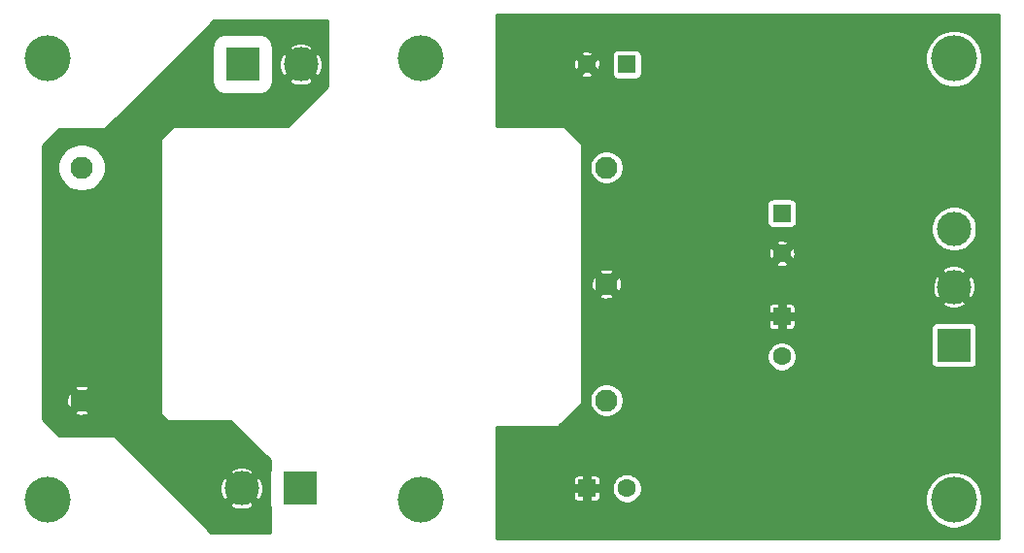
<source format=gbl>
G04 #@! TF.GenerationSoftware,KiCad,Pcbnew,(5.1.4)-1*
G04 #@! TF.CreationDate,2021-06-03T13:44:03-04:00*
G04 #@! TF.ProjectId,controller_power_mod,636f6e74-726f-46c6-9c65-725f706f7765,rev?*
G04 #@! TF.SameCoordinates,Original*
G04 #@! TF.FileFunction,Copper,L2,Bot*
G04 #@! TF.FilePolarity,Positive*
%FSLAX46Y46*%
G04 Gerber Fmt 4.6, Leading zero omitted, Abs format (unit mm)*
G04 Created by KiCad (PCBNEW (5.1.4)-1) date 2021-06-03 13:44:03*
%MOMM*%
%LPD*%
G04 APERTURE LIST*
%ADD10C,3.000000*%
%ADD11R,3.000000X3.000000*%
%ADD12C,1.600000*%
%ADD13R,1.600000X1.600000*%
%ADD14C,1.950000*%
%ADD15C,4.000000*%
%ADD16C,0.800000*%
%ADD17C,0.500000*%
%ADD18C,1.500000*%
%ADD19C,0.254000*%
G04 APERTURE END LIST*
D10*
X62920000Y-109000000D03*
D11*
X68000000Y-109000000D03*
D10*
X68080000Y-72000000D03*
D11*
X63000000Y-72000000D03*
D10*
X125000000Y-86340000D03*
X125000000Y-91420000D03*
D11*
X125000000Y-96500000D03*
D12*
X110000000Y-97500000D03*
D13*
X110000000Y-94000000D03*
D12*
X96500000Y-109000000D03*
D13*
X93000000Y-109000000D03*
D14*
X94720000Y-81000000D03*
X94720000Y-91160000D03*
X94720000Y-101320000D03*
X49000000Y-101320000D03*
X49000000Y-81000000D03*
D12*
X110000000Y-88500000D03*
D13*
X110000000Y-85000000D03*
D12*
X93000000Y-72000000D03*
D13*
X96500000Y-72000000D03*
D15*
X125000000Y-71500000D03*
X125000000Y-110000000D03*
X46000000Y-110000000D03*
X46000000Y-71500000D03*
X78500000Y-71500000D03*
X78500000Y-110000000D03*
D16*
X113500000Y-91500000D03*
X115000000Y-91500000D03*
X117000000Y-91500000D03*
X117000000Y-90000000D03*
X117000000Y-93000000D03*
X120000000Y-93000000D03*
X120000000Y-91500000D03*
X120000000Y-90000000D03*
X112000000Y-91500000D03*
X110500000Y-91500000D03*
X109000000Y-91500000D03*
X107500000Y-91500000D03*
X106000000Y-91500000D03*
X104500000Y-91500000D03*
X103000000Y-91500000D03*
X101500000Y-91500000D03*
X100000000Y-91500000D03*
X98500000Y-91500000D03*
X97000000Y-91500000D03*
X117000000Y-78000000D03*
X117000000Y-104500000D03*
X125000000Y-75500000D03*
X128000000Y-68500000D03*
X128000000Y-69500000D03*
X128000000Y-73500000D03*
X128000000Y-74500000D03*
X128000000Y-75500000D03*
X128000000Y-76500000D03*
X128000000Y-106500000D03*
X128000000Y-107500000D03*
X128000000Y-108500000D03*
X128000000Y-111500000D03*
X128000000Y-112500000D03*
X125000000Y-106500000D03*
X93000000Y-76000000D03*
X91500000Y-76000000D03*
X90000000Y-76000000D03*
X88000000Y-76500000D03*
X86000000Y-76500000D03*
X86000000Y-69500000D03*
X88000000Y-69500000D03*
X90000000Y-70000000D03*
X91500000Y-70000000D03*
X90500000Y-72500000D03*
X93000000Y-112500000D03*
X91500000Y-112500000D03*
X90000000Y-112500000D03*
X87500000Y-112500000D03*
X85500000Y-112000000D03*
X87500000Y-110500000D03*
X91000000Y-109000000D03*
X90000000Y-107000000D03*
X91500000Y-107000000D03*
X93000000Y-107000000D03*
X87500000Y-106500000D03*
X85500000Y-106500000D03*
X93000000Y-70000000D03*
X103500000Y-84000000D03*
X103500000Y-86000000D03*
X101500000Y-86000000D03*
X99000000Y-86000000D03*
X99000000Y-95000000D03*
X101500000Y-95000000D03*
X103500000Y-95000000D03*
X103500000Y-97000000D03*
X112000000Y-89000000D03*
X108000000Y-89000000D03*
X108000000Y-94000000D03*
X112000000Y-94000000D03*
X115000000Y-89000000D03*
X115000000Y-94000000D03*
X115500000Y-104500000D03*
X115500000Y-78000000D03*
D17*
X94745000Y-81025000D02*
X94720000Y-81000000D01*
X94900000Y-101500000D02*
X94720000Y-101320000D01*
D18*
X55000000Y-77500000D02*
X56149340Y-76350660D01*
X55000000Y-104500000D02*
X55000000Y-77500000D01*
X55500000Y-105000000D02*
X55000000Y-104500000D01*
X53558858Y-104500000D02*
X55000000Y-104500000D01*
X50378858Y-101320000D02*
X53558858Y-104500000D01*
X49000000Y-101320000D02*
X50378858Y-101320000D01*
X68000000Y-109000000D02*
X68000000Y-108500000D01*
D19*
G36*
X70373000Y-73947394D02*
G01*
X66947394Y-77373000D01*
X57000000Y-77373000D01*
X56975224Y-77375440D01*
X56951399Y-77382667D01*
X56929443Y-77394403D01*
X56910197Y-77410197D01*
X55910197Y-78410197D01*
X55894403Y-78429443D01*
X55882667Y-78451399D01*
X55875440Y-78475224D01*
X55873000Y-78500000D01*
X55873000Y-102500000D01*
X55875440Y-102524776D01*
X55882667Y-102548601D01*
X55894403Y-102570557D01*
X55910197Y-102589803D01*
X56410197Y-103089803D01*
X56429443Y-103105597D01*
X56451399Y-103117333D01*
X56475224Y-103124560D01*
X56500000Y-103127000D01*
X61947394Y-103127000D01*
X65373000Y-106552606D01*
X65373000Y-107444635D01*
X65367547Y-107500000D01*
X65367547Y-110500000D01*
X65373000Y-110555365D01*
X65373000Y-112848000D01*
X60277606Y-112848000D01*
X57859791Y-110430185D01*
X61840540Y-110430185D01*
X62021651Y-110658395D01*
X62362448Y-110801788D01*
X62724673Y-110875940D01*
X63094404Y-110878001D01*
X63457432Y-110807891D01*
X63799808Y-110668305D01*
X63818349Y-110658395D01*
X63999460Y-110430185D01*
X62920000Y-109350725D01*
X61840540Y-110430185D01*
X57859791Y-110430185D01*
X56604010Y-109174404D01*
X61041999Y-109174404D01*
X61112109Y-109537432D01*
X61251695Y-109879808D01*
X61261605Y-109898349D01*
X61489815Y-110079460D01*
X62569275Y-109000000D01*
X63270725Y-109000000D01*
X64350185Y-110079460D01*
X64578395Y-109898349D01*
X64721788Y-109557552D01*
X64795940Y-109195327D01*
X64798001Y-108825596D01*
X64727891Y-108462568D01*
X64588305Y-108120192D01*
X64578395Y-108101651D01*
X64350185Y-107920540D01*
X63270725Y-109000000D01*
X62569275Y-109000000D01*
X61489815Y-107920540D01*
X61261605Y-108101651D01*
X61118212Y-108442448D01*
X61044060Y-108804673D01*
X61041999Y-109174404D01*
X56604010Y-109174404D01*
X54999421Y-107569815D01*
X61840540Y-107569815D01*
X62920000Y-108649275D01*
X63999460Y-107569815D01*
X63818349Y-107341605D01*
X63477552Y-107198212D01*
X63115327Y-107124060D01*
X62745596Y-107121999D01*
X62382568Y-107192109D01*
X62040192Y-107331695D01*
X62021651Y-107341605D01*
X61840540Y-107569815D01*
X54999421Y-107569815D01*
X51839803Y-104410197D01*
X51820557Y-104394403D01*
X51798601Y-104382667D01*
X51774776Y-104375440D01*
X51750000Y-104373000D01*
X47052606Y-104373000D01*
X45627000Y-102947394D01*
X45627000Y-102371984D01*
X48298741Y-102371984D01*
X48415523Y-102546385D01*
X48666009Y-102636846D01*
X48929331Y-102676702D01*
X49195368Y-102664421D01*
X49453897Y-102600474D01*
X49584477Y-102546385D01*
X49701259Y-102371984D01*
X49000000Y-101670725D01*
X48298741Y-102371984D01*
X45627000Y-102371984D01*
X45627000Y-101249331D01*
X47643298Y-101249331D01*
X47655579Y-101515368D01*
X47719526Y-101773897D01*
X47773615Y-101904477D01*
X47948016Y-102021259D01*
X48649275Y-101320000D01*
X49350725Y-101320000D01*
X50051984Y-102021259D01*
X50226385Y-101904477D01*
X50316846Y-101653991D01*
X50356702Y-101390669D01*
X50344421Y-101124632D01*
X50280474Y-100866103D01*
X50226385Y-100735523D01*
X50051984Y-100618741D01*
X49350725Y-101320000D01*
X48649275Y-101320000D01*
X47948016Y-100618741D01*
X47773615Y-100735523D01*
X47683154Y-100986009D01*
X47643298Y-101249331D01*
X45627000Y-101249331D01*
X45627000Y-100268016D01*
X48298741Y-100268016D01*
X49000000Y-100969275D01*
X49701259Y-100268016D01*
X49584477Y-100093615D01*
X49333991Y-100003154D01*
X49070669Y-99963298D01*
X48804632Y-99975579D01*
X48546103Y-100039526D01*
X48415523Y-100093615D01*
X48298741Y-100268016D01*
X45627000Y-100268016D01*
X45627000Y-80792971D01*
X46898000Y-80792971D01*
X46898000Y-81207029D01*
X46978778Y-81613131D01*
X47137231Y-81995671D01*
X47367270Y-82339947D01*
X47660053Y-82632730D01*
X48004329Y-82862769D01*
X48386869Y-83021222D01*
X48792971Y-83102000D01*
X49207029Y-83102000D01*
X49613131Y-83021222D01*
X49995671Y-82862769D01*
X50339947Y-82632730D01*
X50632730Y-82339947D01*
X50862769Y-81995671D01*
X51021222Y-81613131D01*
X51102000Y-81207029D01*
X51102000Y-80792971D01*
X51021222Y-80386869D01*
X50862769Y-80004329D01*
X50632730Y-79660053D01*
X50339947Y-79367270D01*
X49995671Y-79137231D01*
X49613131Y-78978778D01*
X49207029Y-78898000D01*
X48792971Y-78898000D01*
X48386869Y-78978778D01*
X48004329Y-79137231D01*
X47660053Y-79367270D01*
X47367270Y-79660053D01*
X47137231Y-80004329D01*
X46978778Y-80386869D01*
X46898000Y-80792971D01*
X45627000Y-80792971D01*
X45627000Y-79052606D01*
X47052606Y-77627000D01*
X51000000Y-77627000D01*
X51024776Y-77624560D01*
X51048601Y-77617333D01*
X51070557Y-77605597D01*
X51089803Y-77589803D01*
X58179606Y-70500000D01*
X60367547Y-70500000D01*
X60367547Y-73500000D01*
X60389307Y-73720931D01*
X60453750Y-73933371D01*
X60558400Y-74129157D01*
X60699235Y-74300765D01*
X60870843Y-74441600D01*
X61066629Y-74546250D01*
X61279069Y-74610693D01*
X61500000Y-74632453D01*
X64500000Y-74632453D01*
X64720931Y-74610693D01*
X64933371Y-74546250D01*
X65129157Y-74441600D01*
X65300765Y-74300765D01*
X65441600Y-74129157D01*
X65546250Y-73933371D01*
X65610693Y-73720931D01*
X65632453Y-73500000D01*
X65632453Y-73430185D01*
X67000540Y-73430185D01*
X67181651Y-73658395D01*
X67522448Y-73801788D01*
X67884673Y-73875940D01*
X68254404Y-73878001D01*
X68617432Y-73807891D01*
X68959808Y-73668305D01*
X68978349Y-73658395D01*
X69159460Y-73430185D01*
X68080000Y-72350725D01*
X67000540Y-73430185D01*
X65632453Y-73430185D01*
X65632453Y-72174404D01*
X66201999Y-72174404D01*
X66272109Y-72537432D01*
X66411695Y-72879808D01*
X66421605Y-72898349D01*
X66649815Y-73079460D01*
X67729275Y-72000000D01*
X68430725Y-72000000D01*
X69510185Y-73079460D01*
X69738395Y-72898349D01*
X69881788Y-72557552D01*
X69955940Y-72195327D01*
X69958001Y-71825596D01*
X69887891Y-71462568D01*
X69748305Y-71120192D01*
X69738395Y-71101651D01*
X69510185Y-70920540D01*
X68430725Y-72000000D01*
X67729275Y-72000000D01*
X66649815Y-70920540D01*
X66421605Y-71101651D01*
X66278212Y-71442448D01*
X66204060Y-71804673D01*
X66201999Y-72174404D01*
X65632453Y-72174404D01*
X65632453Y-70569815D01*
X67000540Y-70569815D01*
X68080000Y-71649275D01*
X69159460Y-70569815D01*
X68978349Y-70341605D01*
X68637552Y-70198212D01*
X68275327Y-70124060D01*
X67905596Y-70121999D01*
X67542568Y-70192109D01*
X67200192Y-70331695D01*
X67181651Y-70341605D01*
X67000540Y-70569815D01*
X65632453Y-70569815D01*
X65632453Y-70500000D01*
X65610693Y-70279069D01*
X65546250Y-70066629D01*
X65441600Y-69870843D01*
X65300765Y-69699235D01*
X65129157Y-69558400D01*
X64933371Y-69453750D01*
X64720931Y-69389307D01*
X64500000Y-69367547D01*
X61500000Y-69367547D01*
X61279069Y-69389307D01*
X61066629Y-69453750D01*
X60870843Y-69558400D01*
X60699235Y-69699235D01*
X60558400Y-69870843D01*
X60453750Y-70066629D01*
X60389307Y-70279069D01*
X60367547Y-70500000D01*
X58179606Y-70500000D01*
X60527606Y-68152000D01*
X70373000Y-68152000D01*
X70373000Y-73947394D01*
X70373000Y-73947394D01*
G37*
X70373000Y-73947394D02*
X66947394Y-77373000D01*
X57000000Y-77373000D01*
X56975224Y-77375440D01*
X56951399Y-77382667D01*
X56929443Y-77394403D01*
X56910197Y-77410197D01*
X55910197Y-78410197D01*
X55894403Y-78429443D01*
X55882667Y-78451399D01*
X55875440Y-78475224D01*
X55873000Y-78500000D01*
X55873000Y-102500000D01*
X55875440Y-102524776D01*
X55882667Y-102548601D01*
X55894403Y-102570557D01*
X55910197Y-102589803D01*
X56410197Y-103089803D01*
X56429443Y-103105597D01*
X56451399Y-103117333D01*
X56475224Y-103124560D01*
X56500000Y-103127000D01*
X61947394Y-103127000D01*
X65373000Y-106552606D01*
X65373000Y-107444635D01*
X65367547Y-107500000D01*
X65367547Y-110500000D01*
X65373000Y-110555365D01*
X65373000Y-112848000D01*
X60277606Y-112848000D01*
X57859791Y-110430185D01*
X61840540Y-110430185D01*
X62021651Y-110658395D01*
X62362448Y-110801788D01*
X62724673Y-110875940D01*
X63094404Y-110878001D01*
X63457432Y-110807891D01*
X63799808Y-110668305D01*
X63818349Y-110658395D01*
X63999460Y-110430185D01*
X62920000Y-109350725D01*
X61840540Y-110430185D01*
X57859791Y-110430185D01*
X56604010Y-109174404D01*
X61041999Y-109174404D01*
X61112109Y-109537432D01*
X61251695Y-109879808D01*
X61261605Y-109898349D01*
X61489815Y-110079460D01*
X62569275Y-109000000D01*
X63270725Y-109000000D01*
X64350185Y-110079460D01*
X64578395Y-109898349D01*
X64721788Y-109557552D01*
X64795940Y-109195327D01*
X64798001Y-108825596D01*
X64727891Y-108462568D01*
X64588305Y-108120192D01*
X64578395Y-108101651D01*
X64350185Y-107920540D01*
X63270725Y-109000000D01*
X62569275Y-109000000D01*
X61489815Y-107920540D01*
X61261605Y-108101651D01*
X61118212Y-108442448D01*
X61044060Y-108804673D01*
X61041999Y-109174404D01*
X56604010Y-109174404D01*
X54999421Y-107569815D01*
X61840540Y-107569815D01*
X62920000Y-108649275D01*
X63999460Y-107569815D01*
X63818349Y-107341605D01*
X63477552Y-107198212D01*
X63115327Y-107124060D01*
X62745596Y-107121999D01*
X62382568Y-107192109D01*
X62040192Y-107331695D01*
X62021651Y-107341605D01*
X61840540Y-107569815D01*
X54999421Y-107569815D01*
X51839803Y-104410197D01*
X51820557Y-104394403D01*
X51798601Y-104382667D01*
X51774776Y-104375440D01*
X51750000Y-104373000D01*
X47052606Y-104373000D01*
X45627000Y-102947394D01*
X45627000Y-102371984D01*
X48298741Y-102371984D01*
X48415523Y-102546385D01*
X48666009Y-102636846D01*
X48929331Y-102676702D01*
X49195368Y-102664421D01*
X49453897Y-102600474D01*
X49584477Y-102546385D01*
X49701259Y-102371984D01*
X49000000Y-101670725D01*
X48298741Y-102371984D01*
X45627000Y-102371984D01*
X45627000Y-101249331D01*
X47643298Y-101249331D01*
X47655579Y-101515368D01*
X47719526Y-101773897D01*
X47773615Y-101904477D01*
X47948016Y-102021259D01*
X48649275Y-101320000D01*
X49350725Y-101320000D01*
X50051984Y-102021259D01*
X50226385Y-101904477D01*
X50316846Y-101653991D01*
X50356702Y-101390669D01*
X50344421Y-101124632D01*
X50280474Y-100866103D01*
X50226385Y-100735523D01*
X50051984Y-100618741D01*
X49350725Y-101320000D01*
X48649275Y-101320000D01*
X47948016Y-100618741D01*
X47773615Y-100735523D01*
X47683154Y-100986009D01*
X47643298Y-101249331D01*
X45627000Y-101249331D01*
X45627000Y-100268016D01*
X48298741Y-100268016D01*
X49000000Y-100969275D01*
X49701259Y-100268016D01*
X49584477Y-100093615D01*
X49333991Y-100003154D01*
X49070669Y-99963298D01*
X48804632Y-99975579D01*
X48546103Y-100039526D01*
X48415523Y-100093615D01*
X48298741Y-100268016D01*
X45627000Y-100268016D01*
X45627000Y-80792971D01*
X46898000Y-80792971D01*
X46898000Y-81207029D01*
X46978778Y-81613131D01*
X47137231Y-81995671D01*
X47367270Y-82339947D01*
X47660053Y-82632730D01*
X48004329Y-82862769D01*
X48386869Y-83021222D01*
X48792971Y-83102000D01*
X49207029Y-83102000D01*
X49613131Y-83021222D01*
X49995671Y-82862769D01*
X50339947Y-82632730D01*
X50632730Y-82339947D01*
X50862769Y-81995671D01*
X51021222Y-81613131D01*
X51102000Y-81207029D01*
X51102000Y-80792971D01*
X51021222Y-80386869D01*
X50862769Y-80004329D01*
X50632730Y-79660053D01*
X50339947Y-79367270D01*
X49995671Y-79137231D01*
X49613131Y-78978778D01*
X49207029Y-78898000D01*
X48792971Y-78898000D01*
X48386869Y-78978778D01*
X48004329Y-79137231D01*
X47660053Y-79367270D01*
X47367270Y-79660053D01*
X47137231Y-80004329D01*
X46978778Y-80386869D01*
X46898000Y-80792971D01*
X45627000Y-80792971D01*
X45627000Y-79052606D01*
X47052606Y-77627000D01*
X51000000Y-77627000D01*
X51024776Y-77624560D01*
X51048601Y-77617333D01*
X51070557Y-77605597D01*
X51089803Y-77589803D01*
X58179606Y-70500000D01*
X60367547Y-70500000D01*
X60367547Y-73500000D01*
X60389307Y-73720931D01*
X60453750Y-73933371D01*
X60558400Y-74129157D01*
X60699235Y-74300765D01*
X60870843Y-74441600D01*
X61066629Y-74546250D01*
X61279069Y-74610693D01*
X61500000Y-74632453D01*
X64500000Y-74632453D01*
X64720931Y-74610693D01*
X64933371Y-74546250D01*
X65129157Y-74441600D01*
X65300765Y-74300765D01*
X65441600Y-74129157D01*
X65546250Y-73933371D01*
X65610693Y-73720931D01*
X65632453Y-73500000D01*
X65632453Y-73430185D01*
X67000540Y-73430185D01*
X67181651Y-73658395D01*
X67522448Y-73801788D01*
X67884673Y-73875940D01*
X68254404Y-73878001D01*
X68617432Y-73807891D01*
X68959808Y-73668305D01*
X68978349Y-73658395D01*
X69159460Y-73430185D01*
X68080000Y-72350725D01*
X67000540Y-73430185D01*
X65632453Y-73430185D01*
X65632453Y-72174404D01*
X66201999Y-72174404D01*
X66272109Y-72537432D01*
X66411695Y-72879808D01*
X66421605Y-72898349D01*
X66649815Y-73079460D01*
X67729275Y-72000000D01*
X68430725Y-72000000D01*
X69510185Y-73079460D01*
X69738395Y-72898349D01*
X69881788Y-72557552D01*
X69955940Y-72195327D01*
X69958001Y-71825596D01*
X69887891Y-71462568D01*
X69748305Y-71120192D01*
X69738395Y-71101651D01*
X69510185Y-70920540D01*
X68430725Y-72000000D01*
X67729275Y-72000000D01*
X66649815Y-70920540D01*
X66421605Y-71101651D01*
X66278212Y-71442448D01*
X66204060Y-71804673D01*
X66201999Y-72174404D01*
X65632453Y-72174404D01*
X65632453Y-70569815D01*
X67000540Y-70569815D01*
X68080000Y-71649275D01*
X69159460Y-70569815D01*
X68978349Y-70341605D01*
X68637552Y-70198212D01*
X68275327Y-70124060D01*
X67905596Y-70121999D01*
X67542568Y-70192109D01*
X67200192Y-70331695D01*
X67181651Y-70341605D01*
X67000540Y-70569815D01*
X65632453Y-70569815D01*
X65632453Y-70500000D01*
X65610693Y-70279069D01*
X65546250Y-70066629D01*
X65441600Y-69870843D01*
X65300765Y-69699235D01*
X65129157Y-69558400D01*
X64933371Y-69453750D01*
X64720931Y-69389307D01*
X64500000Y-69367547D01*
X61500000Y-69367547D01*
X61279069Y-69389307D01*
X61066629Y-69453750D01*
X60870843Y-69558400D01*
X60699235Y-69699235D01*
X60558400Y-69870843D01*
X60453750Y-70066629D01*
X60389307Y-70279069D01*
X60367547Y-70500000D01*
X58179606Y-70500000D01*
X60527606Y-68152000D01*
X70373000Y-68152000D01*
X70373000Y-73947394D01*
G36*
X128873000Y-113373000D02*
G01*
X85127000Y-113373000D01*
X85127000Y-109800000D01*
X91821176Y-109800000D01*
X91828455Y-109873905D01*
X91850012Y-109944970D01*
X91885019Y-110010463D01*
X91932131Y-110067869D01*
X91989537Y-110114981D01*
X92055030Y-110149988D01*
X92126095Y-110171545D01*
X92200000Y-110178824D01*
X92657750Y-110177000D01*
X92752000Y-110082750D01*
X92752000Y-109248000D01*
X93248000Y-109248000D01*
X93248000Y-110082750D01*
X93342250Y-110177000D01*
X93800000Y-110178824D01*
X93873905Y-110171545D01*
X93944970Y-110149988D01*
X94010463Y-110114981D01*
X94067869Y-110067869D01*
X94114981Y-110010463D01*
X94149988Y-109944970D01*
X94171545Y-109873905D01*
X94178824Y-109800000D01*
X94177000Y-109342250D01*
X94082750Y-109248000D01*
X93248000Y-109248000D01*
X92752000Y-109248000D01*
X91917250Y-109248000D01*
X91823000Y-109342250D01*
X91821176Y-109800000D01*
X85127000Y-109800000D01*
X85127000Y-108871764D01*
X95198000Y-108871764D01*
X95198000Y-109128236D01*
X95248035Y-109379779D01*
X95346182Y-109616728D01*
X95488670Y-109829977D01*
X95670023Y-110011330D01*
X95883272Y-110153818D01*
X96120221Y-110251965D01*
X96371764Y-110302000D01*
X96628236Y-110302000D01*
X96879779Y-110251965D01*
X97116728Y-110153818D01*
X97329977Y-110011330D01*
X97511330Y-109829977D01*
X97562380Y-109753575D01*
X122498000Y-109753575D01*
X122498000Y-110246425D01*
X122594151Y-110729806D01*
X122782756Y-111185141D01*
X123056570Y-111594932D01*
X123405068Y-111943430D01*
X123814859Y-112217244D01*
X124270194Y-112405849D01*
X124753575Y-112502000D01*
X125246425Y-112502000D01*
X125729806Y-112405849D01*
X126185141Y-112217244D01*
X126594932Y-111943430D01*
X126943430Y-111594932D01*
X127217244Y-111185141D01*
X127405849Y-110729806D01*
X127502000Y-110246425D01*
X127502000Y-109753575D01*
X127405849Y-109270194D01*
X127217244Y-108814859D01*
X126943430Y-108405068D01*
X126594932Y-108056570D01*
X126185141Y-107782756D01*
X125729806Y-107594151D01*
X125246425Y-107498000D01*
X124753575Y-107498000D01*
X124270194Y-107594151D01*
X123814859Y-107782756D01*
X123405068Y-108056570D01*
X123056570Y-108405068D01*
X122782756Y-108814859D01*
X122594151Y-109270194D01*
X122498000Y-109753575D01*
X97562380Y-109753575D01*
X97653818Y-109616728D01*
X97751965Y-109379779D01*
X97802000Y-109128236D01*
X97802000Y-108871764D01*
X97751965Y-108620221D01*
X97653818Y-108383272D01*
X97511330Y-108170023D01*
X97329977Y-107988670D01*
X97116728Y-107846182D01*
X96879779Y-107748035D01*
X96628236Y-107698000D01*
X96371764Y-107698000D01*
X96120221Y-107748035D01*
X95883272Y-107846182D01*
X95670023Y-107988670D01*
X95488670Y-108170023D01*
X95346182Y-108383272D01*
X95248035Y-108620221D01*
X95198000Y-108871764D01*
X85127000Y-108871764D01*
X85127000Y-108200000D01*
X91821176Y-108200000D01*
X91823000Y-108657750D01*
X91917250Y-108752000D01*
X92752000Y-108752000D01*
X92752000Y-107917250D01*
X93248000Y-107917250D01*
X93248000Y-108752000D01*
X94082750Y-108752000D01*
X94177000Y-108657750D01*
X94178824Y-108200000D01*
X94171545Y-108126095D01*
X94149988Y-108055030D01*
X94114981Y-107989537D01*
X94067869Y-107932131D01*
X94010463Y-107885019D01*
X93944970Y-107850012D01*
X93873905Y-107828455D01*
X93800000Y-107821176D01*
X93342250Y-107823000D01*
X93248000Y-107917250D01*
X92752000Y-107917250D01*
X92657750Y-107823000D01*
X92200000Y-107821176D01*
X92126095Y-107828455D01*
X92055030Y-107850012D01*
X91989537Y-107885019D01*
X91932131Y-107932131D01*
X91885019Y-107989537D01*
X91850012Y-108055030D01*
X91828455Y-108126095D01*
X91821176Y-108200000D01*
X85127000Y-108200000D01*
X85127000Y-103627000D01*
X90500000Y-103627000D01*
X90524776Y-103624560D01*
X90548601Y-103617333D01*
X90570557Y-103605597D01*
X90589803Y-103589803D01*
X92589803Y-101589803D01*
X92605597Y-101570557D01*
X92617333Y-101548601D01*
X92624560Y-101524776D01*
X92627000Y-101500000D01*
X92627000Y-101174528D01*
X93243000Y-101174528D01*
X93243000Y-101465472D01*
X93299760Y-101750825D01*
X93411099Y-102019622D01*
X93572739Y-102261533D01*
X93778467Y-102467261D01*
X94020378Y-102628901D01*
X94289175Y-102740240D01*
X94574528Y-102797000D01*
X94865472Y-102797000D01*
X95150825Y-102740240D01*
X95419622Y-102628901D01*
X95661533Y-102467261D01*
X95867261Y-102261533D01*
X96028901Y-102019622D01*
X96140240Y-101750825D01*
X96197000Y-101465472D01*
X96197000Y-101174528D01*
X96140240Y-100889175D01*
X96028901Y-100620378D01*
X95867261Y-100378467D01*
X95661533Y-100172739D01*
X95419622Y-100011099D01*
X95150825Y-99899760D01*
X94865472Y-99843000D01*
X94574528Y-99843000D01*
X94289175Y-99899760D01*
X94020378Y-100011099D01*
X93778467Y-100172739D01*
X93572739Y-100378467D01*
X93411099Y-100620378D01*
X93299760Y-100889175D01*
X93243000Y-101174528D01*
X92627000Y-101174528D01*
X92627000Y-97371764D01*
X108698000Y-97371764D01*
X108698000Y-97628236D01*
X108748035Y-97879779D01*
X108846182Y-98116728D01*
X108988670Y-98329977D01*
X109170023Y-98511330D01*
X109383272Y-98653818D01*
X109620221Y-98751965D01*
X109871764Y-98802000D01*
X110128236Y-98802000D01*
X110379779Y-98751965D01*
X110616728Y-98653818D01*
X110829977Y-98511330D01*
X111011330Y-98329977D01*
X111153818Y-98116728D01*
X111251965Y-97879779D01*
X111302000Y-97628236D01*
X111302000Y-97371764D01*
X111251965Y-97120221D01*
X111153818Y-96883272D01*
X111011330Y-96670023D01*
X110829977Y-96488670D01*
X110616728Y-96346182D01*
X110379779Y-96248035D01*
X110128236Y-96198000D01*
X109871764Y-96198000D01*
X109620221Y-96248035D01*
X109383272Y-96346182D01*
X109170023Y-96488670D01*
X108988670Y-96670023D01*
X108846182Y-96883272D01*
X108748035Y-97120221D01*
X108698000Y-97371764D01*
X92627000Y-97371764D01*
X92627000Y-94800000D01*
X108821176Y-94800000D01*
X108828455Y-94873905D01*
X108850012Y-94944970D01*
X108885019Y-95010463D01*
X108932131Y-95067869D01*
X108989537Y-95114981D01*
X109055030Y-95149988D01*
X109126095Y-95171545D01*
X109200000Y-95178824D01*
X109657750Y-95177000D01*
X109752000Y-95082750D01*
X109752000Y-94248000D01*
X110248000Y-94248000D01*
X110248000Y-95082750D01*
X110342250Y-95177000D01*
X110800000Y-95178824D01*
X110873905Y-95171545D01*
X110944970Y-95149988D01*
X111010463Y-95114981D01*
X111067869Y-95067869D01*
X111114981Y-95010463D01*
X111120573Y-95000000D01*
X122995572Y-95000000D01*
X122995572Y-98000000D01*
X123005264Y-98098409D01*
X123033969Y-98193036D01*
X123080583Y-98280245D01*
X123143316Y-98356684D01*
X123219755Y-98419417D01*
X123306964Y-98466031D01*
X123401591Y-98494736D01*
X123500000Y-98504428D01*
X126500000Y-98504428D01*
X126598409Y-98494736D01*
X126693036Y-98466031D01*
X126780245Y-98419417D01*
X126856684Y-98356684D01*
X126919417Y-98280245D01*
X126966031Y-98193036D01*
X126994736Y-98098409D01*
X127004428Y-98000000D01*
X127004428Y-95000000D01*
X126994736Y-94901591D01*
X126966031Y-94806964D01*
X126919417Y-94719755D01*
X126856684Y-94643316D01*
X126780245Y-94580583D01*
X126693036Y-94533969D01*
X126598409Y-94505264D01*
X126500000Y-94495572D01*
X123500000Y-94495572D01*
X123401591Y-94505264D01*
X123306964Y-94533969D01*
X123219755Y-94580583D01*
X123143316Y-94643316D01*
X123080583Y-94719755D01*
X123033969Y-94806964D01*
X123005264Y-94901591D01*
X122995572Y-95000000D01*
X111120573Y-95000000D01*
X111149988Y-94944970D01*
X111171545Y-94873905D01*
X111178824Y-94800000D01*
X111177000Y-94342250D01*
X111082750Y-94248000D01*
X110248000Y-94248000D01*
X109752000Y-94248000D01*
X108917250Y-94248000D01*
X108823000Y-94342250D01*
X108821176Y-94800000D01*
X92627000Y-94800000D01*
X92627000Y-93200000D01*
X108821176Y-93200000D01*
X108823000Y-93657750D01*
X108917250Y-93752000D01*
X109752000Y-93752000D01*
X109752000Y-92917250D01*
X110248000Y-92917250D01*
X110248000Y-93752000D01*
X111082750Y-93752000D01*
X111177000Y-93657750D01*
X111178824Y-93200000D01*
X111171545Y-93126095D01*
X111149988Y-93055030D01*
X111114981Y-92989537D01*
X111067869Y-92932131D01*
X111010463Y-92885019D01*
X110945294Y-92850185D01*
X123920540Y-92850185D01*
X124101651Y-93078395D01*
X124442448Y-93221788D01*
X124804673Y-93295940D01*
X125174404Y-93298001D01*
X125537432Y-93227891D01*
X125879808Y-93088305D01*
X125898349Y-93078395D01*
X126079460Y-92850185D01*
X125000000Y-91770725D01*
X123920540Y-92850185D01*
X110945294Y-92850185D01*
X110944970Y-92850012D01*
X110873905Y-92828455D01*
X110800000Y-92821176D01*
X110342250Y-92823000D01*
X110248000Y-92917250D01*
X109752000Y-92917250D01*
X109657750Y-92823000D01*
X109200000Y-92821176D01*
X109126095Y-92828455D01*
X109055030Y-92850012D01*
X108989537Y-92885019D01*
X108932131Y-92932131D01*
X108885019Y-92989537D01*
X108850012Y-93055030D01*
X108828455Y-93126095D01*
X108821176Y-93200000D01*
X92627000Y-93200000D01*
X92627000Y-92211984D01*
X94018741Y-92211984D01*
X94135523Y-92386385D01*
X94386009Y-92476846D01*
X94649331Y-92516702D01*
X94915368Y-92504421D01*
X95173897Y-92440474D01*
X95304477Y-92386385D01*
X95421259Y-92211984D01*
X94720000Y-91510725D01*
X94018741Y-92211984D01*
X92627000Y-92211984D01*
X92627000Y-91089331D01*
X93363298Y-91089331D01*
X93375579Y-91355368D01*
X93439526Y-91613897D01*
X93493615Y-91744477D01*
X93668016Y-91861259D01*
X94369275Y-91160000D01*
X95070725Y-91160000D01*
X95771984Y-91861259D01*
X95946385Y-91744477D01*
X96000582Y-91594404D01*
X123121999Y-91594404D01*
X123192109Y-91957432D01*
X123331695Y-92299808D01*
X123341605Y-92318349D01*
X123569815Y-92499460D01*
X124649275Y-91420000D01*
X125350725Y-91420000D01*
X126430185Y-92499460D01*
X126658395Y-92318349D01*
X126801788Y-91977552D01*
X126875940Y-91615327D01*
X126878001Y-91245596D01*
X126807891Y-90882568D01*
X126668305Y-90540192D01*
X126658395Y-90521651D01*
X126430185Y-90340540D01*
X125350725Y-91420000D01*
X124649275Y-91420000D01*
X123569815Y-90340540D01*
X123341605Y-90521651D01*
X123198212Y-90862448D01*
X123124060Y-91224673D01*
X123121999Y-91594404D01*
X96000582Y-91594404D01*
X96036846Y-91493991D01*
X96076702Y-91230669D01*
X96064421Y-90964632D01*
X96000474Y-90706103D01*
X95946385Y-90575523D01*
X95771984Y-90458741D01*
X95070725Y-91160000D01*
X94369275Y-91160000D01*
X93668016Y-90458741D01*
X93493615Y-90575523D01*
X93403154Y-90826009D01*
X93363298Y-91089331D01*
X92627000Y-91089331D01*
X92627000Y-90108016D01*
X94018741Y-90108016D01*
X94720000Y-90809275D01*
X95421259Y-90108016D01*
X95342110Y-89989815D01*
X123920540Y-89989815D01*
X125000000Y-91069275D01*
X126079460Y-89989815D01*
X125898349Y-89761605D01*
X125557552Y-89618212D01*
X125195327Y-89544060D01*
X124825596Y-89541999D01*
X124462568Y-89612109D01*
X124120192Y-89751695D01*
X124101651Y-89761605D01*
X123920540Y-89989815D01*
X95342110Y-89989815D01*
X95304477Y-89933615D01*
X95053991Y-89843154D01*
X94790669Y-89803298D01*
X94524632Y-89815579D01*
X94266103Y-89879526D01*
X94135523Y-89933615D01*
X94018741Y-90108016D01*
X92627000Y-90108016D01*
X92627000Y-89424765D01*
X109425960Y-89424765D01*
X109520921Y-89581319D01*
X109741082Y-89654005D01*
X109971192Y-89682344D01*
X110202409Y-89665246D01*
X110425848Y-89603368D01*
X110479079Y-89581319D01*
X110574040Y-89424765D01*
X110000000Y-88850725D01*
X109425960Y-89424765D01*
X92627000Y-89424765D01*
X92627000Y-88471192D01*
X108817656Y-88471192D01*
X108834754Y-88702409D01*
X108896632Y-88925848D01*
X108918681Y-88979079D01*
X109075235Y-89074040D01*
X109649275Y-88500000D01*
X110350725Y-88500000D01*
X110924765Y-89074040D01*
X111081319Y-88979079D01*
X111154005Y-88758918D01*
X111182344Y-88528808D01*
X111165246Y-88297591D01*
X111103368Y-88074152D01*
X111081319Y-88020921D01*
X110924765Y-87925960D01*
X110350725Y-88500000D01*
X109649275Y-88500000D01*
X109075235Y-87925960D01*
X108918681Y-88020921D01*
X108845995Y-88241082D01*
X108817656Y-88471192D01*
X92627000Y-88471192D01*
X92627000Y-87575235D01*
X109425960Y-87575235D01*
X110000000Y-88149275D01*
X110574040Y-87575235D01*
X110479079Y-87418681D01*
X110258918Y-87345995D01*
X110028808Y-87317656D01*
X109797591Y-87334754D01*
X109574152Y-87396632D01*
X109520921Y-87418681D01*
X109425960Y-87575235D01*
X92627000Y-87575235D01*
X92627000Y-84200000D01*
X108695572Y-84200000D01*
X108695572Y-85800000D01*
X108705264Y-85898409D01*
X108733969Y-85993036D01*
X108780583Y-86080245D01*
X108843316Y-86156684D01*
X108919755Y-86219417D01*
X109006964Y-86266031D01*
X109101591Y-86294736D01*
X109200000Y-86304428D01*
X110800000Y-86304428D01*
X110898409Y-86294736D01*
X110993036Y-86266031D01*
X111080245Y-86219417D01*
X111156684Y-86156684D01*
X111168062Y-86142820D01*
X122998000Y-86142820D01*
X122998000Y-86537180D01*
X123074936Y-86923962D01*
X123225850Y-87288303D01*
X123444945Y-87616201D01*
X123723799Y-87895055D01*
X124051697Y-88114150D01*
X124416038Y-88265064D01*
X124802820Y-88342000D01*
X125197180Y-88342000D01*
X125583962Y-88265064D01*
X125948303Y-88114150D01*
X126276201Y-87895055D01*
X126555055Y-87616201D01*
X126774150Y-87288303D01*
X126925064Y-86923962D01*
X127002000Y-86537180D01*
X127002000Y-86142820D01*
X126925064Y-85756038D01*
X126774150Y-85391697D01*
X126555055Y-85063799D01*
X126276201Y-84784945D01*
X125948303Y-84565850D01*
X125583962Y-84414936D01*
X125197180Y-84338000D01*
X124802820Y-84338000D01*
X124416038Y-84414936D01*
X124051697Y-84565850D01*
X123723799Y-84784945D01*
X123444945Y-85063799D01*
X123225850Y-85391697D01*
X123074936Y-85756038D01*
X122998000Y-86142820D01*
X111168062Y-86142820D01*
X111219417Y-86080245D01*
X111266031Y-85993036D01*
X111294736Y-85898409D01*
X111304428Y-85800000D01*
X111304428Y-84200000D01*
X111294736Y-84101591D01*
X111266031Y-84006964D01*
X111219417Y-83919755D01*
X111156684Y-83843316D01*
X111080245Y-83780583D01*
X110993036Y-83733969D01*
X110898409Y-83705264D01*
X110800000Y-83695572D01*
X109200000Y-83695572D01*
X109101591Y-83705264D01*
X109006964Y-83733969D01*
X108919755Y-83780583D01*
X108843316Y-83843316D01*
X108780583Y-83919755D01*
X108733969Y-84006964D01*
X108705264Y-84101591D01*
X108695572Y-84200000D01*
X92627000Y-84200000D01*
X92627000Y-80854528D01*
X93243000Y-80854528D01*
X93243000Y-81145472D01*
X93299760Y-81430825D01*
X93411099Y-81699622D01*
X93572739Y-81941533D01*
X93778467Y-82147261D01*
X94020378Y-82308901D01*
X94289175Y-82420240D01*
X94574528Y-82477000D01*
X94865472Y-82477000D01*
X95150825Y-82420240D01*
X95419622Y-82308901D01*
X95661533Y-82147261D01*
X95867261Y-81941533D01*
X96028901Y-81699622D01*
X96140240Y-81430825D01*
X96197000Y-81145472D01*
X96197000Y-80854528D01*
X96140240Y-80569175D01*
X96028901Y-80300378D01*
X95867261Y-80058467D01*
X95661533Y-79852739D01*
X95419622Y-79691099D01*
X95150825Y-79579760D01*
X94865472Y-79523000D01*
X94574528Y-79523000D01*
X94289175Y-79579760D01*
X94020378Y-79691099D01*
X93778467Y-79852739D01*
X93572739Y-80058467D01*
X93411099Y-80300378D01*
X93299760Y-80569175D01*
X93243000Y-80854528D01*
X92627000Y-80854528D01*
X92627000Y-79000000D01*
X92624560Y-78975224D01*
X92617333Y-78951399D01*
X92605597Y-78929443D01*
X92589803Y-78910197D01*
X91089803Y-77410197D01*
X91070557Y-77394403D01*
X91048601Y-77382667D01*
X91024776Y-77375440D01*
X91000000Y-77373000D01*
X85127000Y-77373000D01*
X85127000Y-72924765D01*
X92425960Y-72924765D01*
X92520921Y-73081319D01*
X92741082Y-73154005D01*
X92971192Y-73182344D01*
X93202409Y-73165246D01*
X93425848Y-73103368D01*
X93479079Y-73081319D01*
X93574040Y-72924765D01*
X93000000Y-72350725D01*
X92425960Y-72924765D01*
X85127000Y-72924765D01*
X85127000Y-71971192D01*
X91817656Y-71971192D01*
X91834754Y-72202409D01*
X91896632Y-72425848D01*
X91918681Y-72479079D01*
X92075235Y-72574040D01*
X92649275Y-72000000D01*
X93350725Y-72000000D01*
X93924765Y-72574040D01*
X94081319Y-72479079D01*
X94154005Y-72258918D01*
X94182344Y-72028808D01*
X94165246Y-71797591D01*
X94103368Y-71574152D01*
X94081319Y-71520921D01*
X93924765Y-71425960D01*
X93350725Y-72000000D01*
X92649275Y-72000000D01*
X92075235Y-71425960D01*
X91918681Y-71520921D01*
X91845995Y-71741082D01*
X91817656Y-71971192D01*
X85127000Y-71971192D01*
X85127000Y-71075235D01*
X92425960Y-71075235D01*
X93000000Y-71649275D01*
X93449275Y-71200000D01*
X95195572Y-71200000D01*
X95195572Y-72800000D01*
X95205264Y-72898409D01*
X95233969Y-72993036D01*
X95280583Y-73080245D01*
X95343316Y-73156684D01*
X95419755Y-73219417D01*
X95506964Y-73266031D01*
X95601591Y-73294736D01*
X95700000Y-73304428D01*
X97300000Y-73304428D01*
X97398409Y-73294736D01*
X97493036Y-73266031D01*
X97580245Y-73219417D01*
X97656684Y-73156684D01*
X97719417Y-73080245D01*
X97766031Y-72993036D01*
X97794736Y-72898409D01*
X97804428Y-72800000D01*
X97804428Y-71253575D01*
X122498000Y-71253575D01*
X122498000Y-71746425D01*
X122594151Y-72229806D01*
X122782756Y-72685141D01*
X123056570Y-73094932D01*
X123405068Y-73443430D01*
X123814859Y-73717244D01*
X124270194Y-73905849D01*
X124753575Y-74002000D01*
X125246425Y-74002000D01*
X125729806Y-73905849D01*
X126185141Y-73717244D01*
X126594932Y-73443430D01*
X126943430Y-73094932D01*
X127217244Y-72685141D01*
X127405849Y-72229806D01*
X127502000Y-71746425D01*
X127502000Y-71253575D01*
X127405849Y-70770194D01*
X127217244Y-70314859D01*
X126943430Y-69905068D01*
X126594932Y-69556570D01*
X126185141Y-69282756D01*
X125729806Y-69094151D01*
X125246425Y-68998000D01*
X124753575Y-68998000D01*
X124270194Y-69094151D01*
X123814859Y-69282756D01*
X123405068Y-69556570D01*
X123056570Y-69905068D01*
X122782756Y-70314859D01*
X122594151Y-70770194D01*
X122498000Y-71253575D01*
X97804428Y-71253575D01*
X97804428Y-71200000D01*
X97794736Y-71101591D01*
X97766031Y-71006964D01*
X97719417Y-70919755D01*
X97656684Y-70843316D01*
X97580245Y-70780583D01*
X97493036Y-70733969D01*
X97398409Y-70705264D01*
X97300000Y-70695572D01*
X95700000Y-70695572D01*
X95601591Y-70705264D01*
X95506964Y-70733969D01*
X95419755Y-70780583D01*
X95343316Y-70843316D01*
X95280583Y-70919755D01*
X95233969Y-71006964D01*
X95205264Y-71101591D01*
X95195572Y-71200000D01*
X93449275Y-71200000D01*
X93574040Y-71075235D01*
X93479079Y-70918681D01*
X93258918Y-70845995D01*
X93028808Y-70817656D01*
X92797591Y-70834754D01*
X92574152Y-70896632D01*
X92520921Y-70918681D01*
X92425960Y-71075235D01*
X85127000Y-71075235D01*
X85127000Y-67627000D01*
X128873000Y-67627000D01*
X128873000Y-113373000D01*
X128873000Y-113373000D01*
G37*
X128873000Y-113373000D02*
X85127000Y-113373000D01*
X85127000Y-109800000D01*
X91821176Y-109800000D01*
X91828455Y-109873905D01*
X91850012Y-109944970D01*
X91885019Y-110010463D01*
X91932131Y-110067869D01*
X91989537Y-110114981D01*
X92055030Y-110149988D01*
X92126095Y-110171545D01*
X92200000Y-110178824D01*
X92657750Y-110177000D01*
X92752000Y-110082750D01*
X92752000Y-109248000D01*
X93248000Y-109248000D01*
X93248000Y-110082750D01*
X93342250Y-110177000D01*
X93800000Y-110178824D01*
X93873905Y-110171545D01*
X93944970Y-110149988D01*
X94010463Y-110114981D01*
X94067869Y-110067869D01*
X94114981Y-110010463D01*
X94149988Y-109944970D01*
X94171545Y-109873905D01*
X94178824Y-109800000D01*
X94177000Y-109342250D01*
X94082750Y-109248000D01*
X93248000Y-109248000D01*
X92752000Y-109248000D01*
X91917250Y-109248000D01*
X91823000Y-109342250D01*
X91821176Y-109800000D01*
X85127000Y-109800000D01*
X85127000Y-108871764D01*
X95198000Y-108871764D01*
X95198000Y-109128236D01*
X95248035Y-109379779D01*
X95346182Y-109616728D01*
X95488670Y-109829977D01*
X95670023Y-110011330D01*
X95883272Y-110153818D01*
X96120221Y-110251965D01*
X96371764Y-110302000D01*
X96628236Y-110302000D01*
X96879779Y-110251965D01*
X97116728Y-110153818D01*
X97329977Y-110011330D01*
X97511330Y-109829977D01*
X97562380Y-109753575D01*
X122498000Y-109753575D01*
X122498000Y-110246425D01*
X122594151Y-110729806D01*
X122782756Y-111185141D01*
X123056570Y-111594932D01*
X123405068Y-111943430D01*
X123814859Y-112217244D01*
X124270194Y-112405849D01*
X124753575Y-112502000D01*
X125246425Y-112502000D01*
X125729806Y-112405849D01*
X126185141Y-112217244D01*
X126594932Y-111943430D01*
X126943430Y-111594932D01*
X127217244Y-111185141D01*
X127405849Y-110729806D01*
X127502000Y-110246425D01*
X127502000Y-109753575D01*
X127405849Y-109270194D01*
X127217244Y-108814859D01*
X126943430Y-108405068D01*
X126594932Y-108056570D01*
X126185141Y-107782756D01*
X125729806Y-107594151D01*
X125246425Y-107498000D01*
X124753575Y-107498000D01*
X124270194Y-107594151D01*
X123814859Y-107782756D01*
X123405068Y-108056570D01*
X123056570Y-108405068D01*
X122782756Y-108814859D01*
X122594151Y-109270194D01*
X122498000Y-109753575D01*
X97562380Y-109753575D01*
X97653818Y-109616728D01*
X97751965Y-109379779D01*
X97802000Y-109128236D01*
X97802000Y-108871764D01*
X97751965Y-108620221D01*
X97653818Y-108383272D01*
X97511330Y-108170023D01*
X97329977Y-107988670D01*
X97116728Y-107846182D01*
X96879779Y-107748035D01*
X96628236Y-107698000D01*
X96371764Y-107698000D01*
X96120221Y-107748035D01*
X95883272Y-107846182D01*
X95670023Y-107988670D01*
X95488670Y-108170023D01*
X95346182Y-108383272D01*
X95248035Y-108620221D01*
X95198000Y-108871764D01*
X85127000Y-108871764D01*
X85127000Y-108200000D01*
X91821176Y-108200000D01*
X91823000Y-108657750D01*
X91917250Y-108752000D01*
X92752000Y-108752000D01*
X92752000Y-107917250D01*
X93248000Y-107917250D01*
X93248000Y-108752000D01*
X94082750Y-108752000D01*
X94177000Y-108657750D01*
X94178824Y-108200000D01*
X94171545Y-108126095D01*
X94149988Y-108055030D01*
X94114981Y-107989537D01*
X94067869Y-107932131D01*
X94010463Y-107885019D01*
X93944970Y-107850012D01*
X93873905Y-107828455D01*
X93800000Y-107821176D01*
X93342250Y-107823000D01*
X93248000Y-107917250D01*
X92752000Y-107917250D01*
X92657750Y-107823000D01*
X92200000Y-107821176D01*
X92126095Y-107828455D01*
X92055030Y-107850012D01*
X91989537Y-107885019D01*
X91932131Y-107932131D01*
X91885019Y-107989537D01*
X91850012Y-108055030D01*
X91828455Y-108126095D01*
X91821176Y-108200000D01*
X85127000Y-108200000D01*
X85127000Y-103627000D01*
X90500000Y-103627000D01*
X90524776Y-103624560D01*
X90548601Y-103617333D01*
X90570557Y-103605597D01*
X90589803Y-103589803D01*
X92589803Y-101589803D01*
X92605597Y-101570557D01*
X92617333Y-101548601D01*
X92624560Y-101524776D01*
X92627000Y-101500000D01*
X92627000Y-101174528D01*
X93243000Y-101174528D01*
X93243000Y-101465472D01*
X93299760Y-101750825D01*
X93411099Y-102019622D01*
X93572739Y-102261533D01*
X93778467Y-102467261D01*
X94020378Y-102628901D01*
X94289175Y-102740240D01*
X94574528Y-102797000D01*
X94865472Y-102797000D01*
X95150825Y-102740240D01*
X95419622Y-102628901D01*
X95661533Y-102467261D01*
X95867261Y-102261533D01*
X96028901Y-102019622D01*
X96140240Y-101750825D01*
X96197000Y-101465472D01*
X96197000Y-101174528D01*
X96140240Y-100889175D01*
X96028901Y-100620378D01*
X95867261Y-100378467D01*
X95661533Y-100172739D01*
X95419622Y-100011099D01*
X95150825Y-99899760D01*
X94865472Y-99843000D01*
X94574528Y-99843000D01*
X94289175Y-99899760D01*
X94020378Y-100011099D01*
X93778467Y-100172739D01*
X93572739Y-100378467D01*
X93411099Y-100620378D01*
X93299760Y-100889175D01*
X93243000Y-101174528D01*
X92627000Y-101174528D01*
X92627000Y-97371764D01*
X108698000Y-97371764D01*
X108698000Y-97628236D01*
X108748035Y-97879779D01*
X108846182Y-98116728D01*
X108988670Y-98329977D01*
X109170023Y-98511330D01*
X109383272Y-98653818D01*
X109620221Y-98751965D01*
X109871764Y-98802000D01*
X110128236Y-98802000D01*
X110379779Y-98751965D01*
X110616728Y-98653818D01*
X110829977Y-98511330D01*
X111011330Y-98329977D01*
X111153818Y-98116728D01*
X111251965Y-97879779D01*
X111302000Y-97628236D01*
X111302000Y-97371764D01*
X111251965Y-97120221D01*
X111153818Y-96883272D01*
X111011330Y-96670023D01*
X110829977Y-96488670D01*
X110616728Y-96346182D01*
X110379779Y-96248035D01*
X110128236Y-96198000D01*
X109871764Y-96198000D01*
X109620221Y-96248035D01*
X109383272Y-96346182D01*
X109170023Y-96488670D01*
X108988670Y-96670023D01*
X108846182Y-96883272D01*
X108748035Y-97120221D01*
X108698000Y-97371764D01*
X92627000Y-97371764D01*
X92627000Y-94800000D01*
X108821176Y-94800000D01*
X108828455Y-94873905D01*
X108850012Y-94944970D01*
X108885019Y-95010463D01*
X108932131Y-95067869D01*
X108989537Y-95114981D01*
X109055030Y-95149988D01*
X109126095Y-95171545D01*
X109200000Y-95178824D01*
X109657750Y-95177000D01*
X109752000Y-95082750D01*
X109752000Y-94248000D01*
X110248000Y-94248000D01*
X110248000Y-95082750D01*
X110342250Y-95177000D01*
X110800000Y-95178824D01*
X110873905Y-95171545D01*
X110944970Y-95149988D01*
X111010463Y-95114981D01*
X111067869Y-95067869D01*
X111114981Y-95010463D01*
X111120573Y-95000000D01*
X122995572Y-95000000D01*
X122995572Y-98000000D01*
X123005264Y-98098409D01*
X123033969Y-98193036D01*
X123080583Y-98280245D01*
X123143316Y-98356684D01*
X123219755Y-98419417D01*
X123306964Y-98466031D01*
X123401591Y-98494736D01*
X123500000Y-98504428D01*
X126500000Y-98504428D01*
X126598409Y-98494736D01*
X126693036Y-98466031D01*
X126780245Y-98419417D01*
X126856684Y-98356684D01*
X126919417Y-98280245D01*
X126966031Y-98193036D01*
X126994736Y-98098409D01*
X127004428Y-98000000D01*
X127004428Y-95000000D01*
X126994736Y-94901591D01*
X126966031Y-94806964D01*
X126919417Y-94719755D01*
X126856684Y-94643316D01*
X126780245Y-94580583D01*
X126693036Y-94533969D01*
X126598409Y-94505264D01*
X126500000Y-94495572D01*
X123500000Y-94495572D01*
X123401591Y-94505264D01*
X123306964Y-94533969D01*
X123219755Y-94580583D01*
X123143316Y-94643316D01*
X123080583Y-94719755D01*
X123033969Y-94806964D01*
X123005264Y-94901591D01*
X122995572Y-95000000D01*
X111120573Y-95000000D01*
X111149988Y-94944970D01*
X111171545Y-94873905D01*
X111178824Y-94800000D01*
X111177000Y-94342250D01*
X111082750Y-94248000D01*
X110248000Y-94248000D01*
X109752000Y-94248000D01*
X108917250Y-94248000D01*
X108823000Y-94342250D01*
X108821176Y-94800000D01*
X92627000Y-94800000D01*
X92627000Y-93200000D01*
X108821176Y-93200000D01*
X108823000Y-93657750D01*
X108917250Y-93752000D01*
X109752000Y-93752000D01*
X109752000Y-92917250D01*
X110248000Y-92917250D01*
X110248000Y-93752000D01*
X111082750Y-93752000D01*
X111177000Y-93657750D01*
X111178824Y-93200000D01*
X111171545Y-93126095D01*
X111149988Y-93055030D01*
X111114981Y-92989537D01*
X111067869Y-92932131D01*
X111010463Y-92885019D01*
X110945294Y-92850185D01*
X123920540Y-92850185D01*
X124101651Y-93078395D01*
X124442448Y-93221788D01*
X124804673Y-93295940D01*
X125174404Y-93298001D01*
X125537432Y-93227891D01*
X125879808Y-93088305D01*
X125898349Y-93078395D01*
X126079460Y-92850185D01*
X125000000Y-91770725D01*
X123920540Y-92850185D01*
X110945294Y-92850185D01*
X110944970Y-92850012D01*
X110873905Y-92828455D01*
X110800000Y-92821176D01*
X110342250Y-92823000D01*
X110248000Y-92917250D01*
X109752000Y-92917250D01*
X109657750Y-92823000D01*
X109200000Y-92821176D01*
X109126095Y-92828455D01*
X109055030Y-92850012D01*
X108989537Y-92885019D01*
X108932131Y-92932131D01*
X108885019Y-92989537D01*
X108850012Y-93055030D01*
X108828455Y-93126095D01*
X108821176Y-93200000D01*
X92627000Y-93200000D01*
X92627000Y-92211984D01*
X94018741Y-92211984D01*
X94135523Y-92386385D01*
X94386009Y-92476846D01*
X94649331Y-92516702D01*
X94915368Y-92504421D01*
X95173897Y-92440474D01*
X95304477Y-92386385D01*
X95421259Y-92211984D01*
X94720000Y-91510725D01*
X94018741Y-92211984D01*
X92627000Y-92211984D01*
X92627000Y-91089331D01*
X93363298Y-91089331D01*
X93375579Y-91355368D01*
X93439526Y-91613897D01*
X93493615Y-91744477D01*
X93668016Y-91861259D01*
X94369275Y-91160000D01*
X95070725Y-91160000D01*
X95771984Y-91861259D01*
X95946385Y-91744477D01*
X96000582Y-91594404D01*
X123121999Y-91594404D01*
X123192109Y-91957432D01*
X123331695Y-92299808D01*
X123341605Y-92318349D01*
X123569815Y-92499460D01*
X124649275Y-91420000D01*
X125350725Y-91420000D01*
X126430185Y-92499460D01*
X126658395Y-92318349D01*
X126801788Y-91977552D01*
X126875940Y-91615327D01*
X126878001Y-91245596D01*
X126807891Y-90882568D01*
X126668305Y-90540192D01*
X126658395Y-90521651D01*
X126430185Y-90340540D01*
X125350725Y-91420000D01*
X124649275Y-91420000D01*
X123569815Y-90340540D01*
X123341605Y-90521651D01*
X123198212Y-90862448D01*
X123124060Y-91224673D01*
X123121999Y-91594404D01*
X96000582Y-91594404D01*
X96036846Y-91493991D01*
X96076702Y-91230669D01*
X96064421Y-90964632D01*
X96000474Y-90706103D01*
X95946385Y-90575523D01*
X95771984Y-90458741D01*
X95070725Y-91160000D01*
X94369275Y-91160000D01*
X93668016Y-90458741D01*
X93493615Y-90575523D01*
X93403154Y-90826009D01*
X93363298Y-91089331D01*
X92627000Y-91089331D01*
X92627000Y-90108016D01*
X94018741Y-90108016D01*
X94720000Y-90809275D01*
X95421259Y-90108016D01*
X95342110Y-89989815D01*
X123920540Y-89989815D01*
X125000000Y-91069275D01*
X126079460Y-89989815D01*
X125898349Y-89761605D01*
X125557552Y-89618212D01*
X125195327Y-89544060D01*
X124825596Y-89541999D01*
X124462568Y-89612109D01*
X124120192Y-89751695D01*
X124101651Y-89761605D01*
X123920540Y-89989815D01*
X95342110Y-89989815D01*
X95304477Y-89933615D01*
X95053991Y-89843154D01*
X94790669Y-89803298D01*
X94524632Y-89815579D01*
X94266103Y-89879526D01*
X94135523Y-89933615D01*
X94018741Y-90108016D01*
X92627000Y-90108016D01*
X92627000Y-89424765D01*
X109425960Y-89424765D01*
X109520921Y-89581319D01*
X109741082Y-89654005D01*
X109971192Y-89682344D01*
X110202409Y-89665246D01*
X110425848Y-89603368D01*
X110479079Y-89581319D01*
X110574040Y-89424765D01*
X110000000Y-88850725D01*
X109425960Y-89424765D01*
X92627000Y-89424765D01*
X92627000Y-88471192D01*
X108817656Y-88471192D01*
X108834754Y-88702409D01*
X108896632Y-88925848D01*
X108918681Y-88979079D01*
X109075235Y-89074040D01*
X109649275Y-88500000D01*
X110350725Y-88500000D01*
X110924765Y-89074040D01*
X111081319Y-88979079D01*
X111154005Y-88758918D01*
X111182344Y-88528808D01*
X111165246Y-88297591D01*
X111103368Y-88074152D01*
X111081319Y-88020921D01*
X110924765Y-87925960D01*
X110350725Y-88500000D01*
X109649275Y-88500000D01*
X109075235Y-87925960D01*
X108918681Y-88020921D01*
X108845995Y-88241082D01*
X108817656Y-88471192D01*
X92627000Y-88471192D01*
X92627000Y-87575235D01*
X109425960Y-87575235D01*
X110000000Y-88149275D01*
X110574040Y-87575235D01*
X110479079Y-87418681D01*
X110258918Y-87345995D01*
X110028808Y-87317656D01*
X109797591Y-87334754D01*
X109574152Y-87396632D01*
X109520921Y-87418681D01*
X109425960Y-87575235D01*
X92627000Y-87575235D01*
X92627000Y-84200000D01*
X108695572Y-84200000D01*
X108695572Y-85800000D01*
X108705264Y-85898409D01*
X108733969Y-85993036D01*
X108780583Y-86080245D01*
X108843316Y-86156684D01*
X108919755Y-86219417D01*
X109006964Y-86266031D01*
X109101591Y-86294736D01*
X109200000Y-86304428D01*
X110800000Y-86304428D01*
X110898409Y-86294736D01*
X110993036Y-86266031D01*
X111080245Y-86219417D01*
X111156684Y-86156684D01*
X111168062Y-86142820D01*
X122998000Y-86142820D01*
X122998000Y-86537180D01*
X123074936Y-86923962D01*
X123225850Y-87288303D01*
X123444945Y-87616201D01*
X123723799Y-87895055D01*
X124051697Y-88114150D01*
X124416038Y-88265064D01*
X124802820Y-88342000D01*
X125197180Y-88342000D01*
X125583962Y-88265064D01*
X125948303Y-88114150D01*
X126276201Y-87895055D01*
X126555055Y-87616201D01*
X126774150Y-87288303D01*
X126925064Y-86923962D01*
X127002000Y-86537180D01*
X127002000Y-86142820D01*
X126925064Y-85756038D01*
X126774150Y-85391697D01*
X126555055Y-85063799D01*
X126276201Y-84784945D01*
X125948303Y-84565850D01*
X125583962Y-84414936D01*
X125197180Y-84338000D01*
X124802820Y-84338000D01*
X124416038Y-84414936D01*
X124051697Y-84565850D01*
X123723799Y-84784945D01*
X123444945Y-85063799D01*
X123225850Y-85391697D01*
X123074936Y-85756038D01*
X122998000Y-86142820D01*
X111168062Y-86142820D01*
X111219417Y-86080245D01*
X111266031Y-85993036D01*
X111294736Y-85898409D01*
X111304428Y-85800000D01*
X111304428Y-84200000D01*
X111294736Y-84101591D01*
X111266031Y-84006964D01*
X111219417Y-83919755D01*
X111156684Y-83843316D01*
X111080245Y-83780583D01*
X110993036Y-83733969D01*
X110898409Y-83705264D01*
X110800000Y-83695572D01*
X109200000Y-83695572D01*
X109101591Y-83705264D01*
X109006964Y-83733969D01*
X108919755Y-83780583D01*
X108843316Y-83843316D01*
X108780583Y-83919755D01*
X108733969Y-84006964D01*
X108705264Y-84101591D01*
X108695572Y-84200000D01*
X92627000Y-84200000D01*
X92627000Y-80854528D01*
X93243000Y-80854528D01*
X93243000Y-81145472D01*
X93299760Y-81430825D01*
X93411099Y-81699622D01*
X93572739Y-81941533D01*
X93778467Y-82147261D01*
X94020378Y-82308901D01*
X94289175Y-82420240D01*
X94574528Y-82477000D01*
X94865472Y-82477000D01*
X95150825Y-82420240D01*
X95419622Y-82308901D01*
X95661533Y-82147261D01*
X95867261Y-81941533D01*
X96028901Y-81699622D01*
X96140240Y-81430825D01*
X96197000Y-81145472D01*
X96197000Y-80854528D01*
X96140240Y-80569175D01*
X96028901Y-80300378D01*
X95867261Y-80058467D01*
X95661533Y-79852739D01*
X95419622Y-79691099D01*
X95150825Y-79579760D01*
X94865472Y-79523000D01*
X94574528Y-79523000D01*
X94289175Y-79579760D01*
X94020378Y-79691099D01*
X93778467Y-79852739D01*
X93572739Y-80058467D01*
X93411099Y-80300378D01*
X93299760Y-80569175D01*
X93243000Y-80854528D01*
X92627000Y-80854528D01*
X92627000Y-79000000D01*
X92624560Y-78975224D01*
X92617333Y-78951399D01*
X92605597Y-78929443D01*
X92589803Y-78910197D01*
X91089803Y-77410197D01*
X91070557Y-77394403D01*
X91048601Y-77382667D01*
X91024776Y-77375440D01*
X91000000Y-77373000D01*
X85127000Y-77373000D01*
X85127000Y-72924765D01*
X92425960Y-72924765D01*
X92520921Y-73081319D01*
X92741082Y-73154005D01*
X92971192Y-73182344D01*
X93202409Y-73165246D01*
X93425848Y-73103368D01*
X93479079Y-73081319D01*
X93574040Y-72924765D01*
X93000000Y-72350725D01*
X92425960Y-72924765D01*
X85127000Y-72924765D01*
X85127000Y-71971192D01*
X91817656Y-71971192D01*
X91834754Y-72202409D01*
X91896632Y-72425848D01*
X91918681Y-72479079D01*
X92075235Y-72574040D01*
X92649275Y-72000000D01*
X93350725Y-72000000D01*
X93924765Y-72574040D01*
X94081319Y-72479079D01*
X94154005Y-72258918D01*
X94182344Y-72028808D01*
X94165246Y-71797591D01*
X94103368Y-71574152D01*
X94081319Y-71520921D01*
X93924765Y-71425960D01*
X93350725Y-72000000D01*
X92649275Y-72000000D01*
X92075235Y-71425960D01*
X91918681Y-71520921D01*
X91845995Y-71741082D01*
X91817656Y-71971192D01*
X85127000Y-71971192D01*
X85127000Y-71075235D01*
X92425960Y-71075235D01*
X93000000Y-71649275D01*
X93449275Y-71200000D01*
X95195572Y-71200000D01*
X95195572Y-72800000D01*
X95205264Y-72898409D01*
X95233969Y-72993036D01*
X95280583Y-73080245D01*
X95343316Y-73156684D01*
X95419755Y-73219417D01*
X95506964Y-73266031D01*
X95601591Y-73294736D01*
X95700000Y-73304428D01*
X97300000Y-73304428D01*
X97398409Y-73294736D01*
X97493036Y-73266031D01*
X97580245Y-73219417D01*
X97656684Y-73156684D01*
X97719417Y-73080245D01*
X97766031Y-72993036D01*
X97794736Y-72898409D01*
X97804428Y-72800000D01*
X97804428Y-71253575D01*
X122498000Y-71253575D01*
X122498000Y-71746425D01*
X122594151Y-72229806D01*
X122782756Y-72685141D01*
X123056570Y-73094932D01*
X123405068Y-73443430D01*
X123814859Y-73717244D01*
X124270194Y-73905849D01*
X124753575Y-74002000D01*
X125246425Y-74002000D01*
X125729806Y-73905849D01*
X126185141Y-73717244D01*
X126594932Y-73443430D01*
X126943430Y-73094932D01*
X127217244Y-72685141D01*
X127405849Y-72229806D01*
X127502000Y-71746425D01*
X127502000Y-71253575D01*
X127405849Y-70770194D01*
X127217244Y-70314859D01*
X126943430Y-69905068D01*
X126594932Y-69556570D01*
X126185141Y-69282756D01*
X125729806Y-69094151D01*
X125246425Y-68998000D01*
X124753575Y-68998000D01*
X124270194Y-69094151D01*
X123814859Y-69282756D01*
X123405068Y-69556570D01*
X123056570Y-69905068D01*
X122782756Y-70314859D01*
X122594151Y-70770194D01*
X122498000Y-71253575D01*
X97804428Y-71253575D01*
X97804428Y-71200000D01*
X97794736Y-71101591D01*
X97766031Y-71006964D01*
X97719417Y-70919755D01*
X97656684Y-70843316D01*
X97580245Y-70780583D01*
X97493036Y-70733969D01*
X97398409Y-70705264D01*
X97300000Y-70695572D01*
X95700000Y-70695572D01*
X95601591Y-70705264D01*
X95506964Y-70733969D01*
X95419755Y-70780583D01*
X95343316Y-70843316D01*
X95280583Y-70919755D01*
X95233969Y-71006964D01*
X95205264Y-71101591D01*
X95195572Y-71200000D01*
X93449275Y-71200000D01*
X93574040Y-71075235D01*
X93479079Y-70918681D01*
X93258918Y-70845995D01*
X93028808Y-70817656D01*
X92797591Y-70834754D01*
X92574152Y-70896632D01*
X92520921Y-70918681D01*
X92425960Y-71075235D01*
X85127000Y-71075235D01*
X85127000Y-67627000D01*
X128873000Y-67627000D01*
X128873000Y-113373000D01*
M02*

</source>
